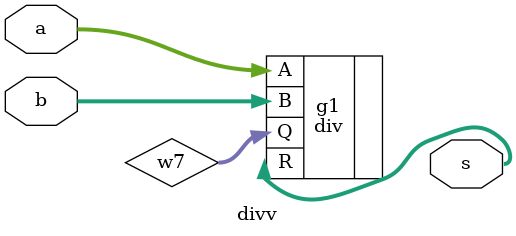
<source format=v>

module soustr();
//: interface  /sz:(40, 40) /bd:[ ]
//: enddecls


endmodule

module additi(s, b, a);
//: interface  /sz:(40, 40) /bd:[ ]
input [7:0] b;    //: /sn:0 {0}(390,101)(438,101)(438,154)(334,154)(334,181){1}
output [7:0] s;    //: /sn:0 {0}(326,294)(318,294)(318,210){1}
input [7:0] a;    //: /sn:0 {0}(168,100)(197,100)(197,154)(302,154)(302,181){1}
wire w3;    //: /sn:0 {0}(342,195)(470,195){1}
wire w2;    //: /sn:0 {0}(235,195)(294,195){1}
//: enddecls

  //: output g3 (s) @(323,294) /sn:0 /w:[ 0 ]
  //: input g2 (b) @(388,101) /sn:0 /w:[ 0 ]
  //: input g1 (a) @(166,100) /sn:0 /w:[ 0 ]
  add g0 (.A(a), .B(b), .S(s), .CI(w3), .CO(w2));   //: @(318,197) /sn:0 /w:[ 1 1 1 0 1 ]

endmodule

module multt(s, b, a);
//: interface  /sz:(40, 40) /bd:[ ]
input [7:0] b;    //: /sn:0 /dp:1 {0}(235,159)(235,122)(279,122)(279,97)(263,97){1}
output [7:0] s;    //: /sn:0 {0}(219,188)(219,271)(245,271){1}
input [7:0] a;    //: /sn:0 /dp:1 {0}(203,159)(203,124)(148,124)(148,97)(138,97){1}
//: enddecls

  //: output g3 (s) @(242,271) /sn:0 /w:[ 1 ]
  mult g2 (.A(a), .B(b), .P(s));   //: @(219,175) /sn:0 /w:[ 0 0 0 ]
  //: input g1 (b) @(261,97) /sn:0 /w:[ 1 ]
  //: input g0 (a) @(136,97) /sn:0 /w:[ 1 ]

endmodule

module ual;    //: root_module
wire w7;    //: /sn:0 {0}(231,415)(241,415){1}
wire [7:0] w14;    //: /sn:0 {0}(208,496)(208,153)(231,153){1}
//: {2}(235,153)(236,153)(236,146){3}
//: {4}(238,144)(278,144)(278,400){5}
//: {6}(236,142)(236,131){7}
//: {8}(238,129)(311,129)(311,320){9}
//: {10}(236,127)(236,107){11}
//: {12}(233,155)(233,450){13}
wire w19;    //: /sn:0 {0}(-703,-375)(-638,-375)(-638,-408)(-615,-408){1}
wire [7:0] w3;    //: /sn:0 {0}(233,471)(233,647){1}
//: {2}(235,649)(276,649){3}
//: {4}(280,649)(309,649){5}
//: {6}(313,649)(532,649)(532,554){7}
//: {8}(311,647)(311,341){9}
//: {10}(278,647)(278,421){11}
//: {12}(231,649)(208,649)(208,517){13}
wire w0;    //: /sn:0 {0}(274,325)(163,325){1}
//: {2}(159,325)(159,325){3}
//: {4}(155,325)(154,325){5}
//: {6}(150,325)(-147,325){7}
//: {8}(152,327)(152,501)(171,501){9}
//: {10}(157,327)(157,455)(196,455){11}
//: {12}(161,327)(161,405)(241,405){13}
wire w21;    //: /sn:0 {0}(-205,445)(-101,445)(-101,335)(274,335){1}
wire w23;    //: /sn:0 {0}(161,511)(171,511){1}
wire [7:0] w1;    //: /sn:0 {0}(-575,-494)(-575,-458)(-578,-458)(-578,-423){1}
wire w18;    //: /sn:0 {0}(-691,-451)(-630,-451)(-630,-418)(-615,-418){1}
wire w22;    //: /sn:0 {0}(350,330)(442,330){1}
//: {2}(446,330)(479,330)(479,102)(487,102){3}
//: {4}(444,332)(444,408){5}
//: {6}(442,410)(317,410){7}
//: {8}(444,412)(444,458){9}
//: {10}(442,460)(272,460){11}
//: {12}(444,462)(444,506)(247,506){13}
wire w17;    //: /sn:0 {0}(-539,-413)(-499,-413)(-499,-412)(-459,-412){1}
wire w12;    //: /sn:0 {0}(186,465)(196,465){1}
wire [7:0] w2;    //: /sn:0 {0}(-556,-310)(-556,-309)(-593,-309)(-593,-386)(-578,-386)(-578,-402){1}
//: enddecls

  led g4 (.I(w14));   //: @(236,100) /sn:0 /w:[ 11 ] /type:1
  //: switch g8 (w21) @(-222,445) /sn:0 /w:[ 0 ] /st:1
  register g13 (.Q(w14), .D(w3), .EN(w0), .CLR(w12), .CK(w22));   //: @(233,460) /sn:0 /R:2 /w:[ 13 0 11 1 11 ]
  register g3 (.Q(w1), .D(w2), .EN(w18), .CLR(w19), .CK(w17));   //: @(-578,-413) /sn:0 /R:2 /w:[ 1 1 1 1 0 ]
  register g2 (.Q(w14), .D(w3), .EN(w0), .CLR(w21), .CK(w22));   //: @(311,330) /sn:0 /R:2 /w:[ 9 9 0 1 0 ]
  led g1 (.I(w1));   //: @(-575,-501) /sn:0 /w:[ 0 ] /type:1
  //: joint g16 (w14) @(236, 144) /w:[ 4 6 -1 3 ]
  //: dip g11 (w3) @(532,544) /sn:0 /w:[ 7 ] /st:8
  //: switch g10 (w0) @(-164,325) /sn:0 /w:[ 7 ] /st:1
  //: joint g27 (w3) @(233, 649) /w:[ 2 1 12 -1 ]
  //: joint g19 (w0) @(157, 325) /w:[ 3 -1 4 10 ]
  //: switch g6 (w19) @(-720,-375) /sn:0 /w:[ 0 ] /st:0
  clock g9 (.Z(w22));   //: @(500,103) /sn:0 /R:2 /w:[ 3 ] /omega:100 /phi:0 /duty:50
  clock g7 (.Z(w17));   //: @(-446,-411) /sn:0 /R:2 /w:[ 1 ] /omega:100 /phi:0 /duty:50
  //: joint g20 (w22) @(444, 330) /w:[ 2 -1 1 4 ]
  //: joint g15 (w14) @(233, 153) /w:[ 2 -1 1 12 ]
  //: joint g25 (w3) @(278, 649) /w:[ 4 10 3 -1 ]
  //: joint g17 (w14) @(236, 129) /w:[ 8 10 -1 7 ]
  register g14 (.Q(w14), .D(w3), .EN(w0), .CLR(w23), .CK(w22));   //: @(208,506) /sn:0 /R:2 /w:[ 0 13 9 1 13 ]
  //: switch g5 (w18) @(-708,-451) /sn:0 /w:[ 0 ] /st:1
  //: joint g24 (w3) @(311, 649) /w:[ 6 8 5 -1 ]
  //: joint g21 (w0) @(152, 325) /w:[ 5 -1 6 8 ]
  //: joint g23 (w22) @(444, 460) /w:[ -1 9 10 12 ]
  //: joint g22 (w22) @(444, 410) /w:[ -1 5 6 8 ]
  //: dip g0 (w2) @(-556,-320) /sn:0 /w:[ 0 ] /st:5
  //: joint g18 (w0) @(161, 325) /w:[ 1 2 -1 12 ]
  register g12 (.Q(w14), .D(w3), .EN(w0), .CLR(w7), .CK(w22));   //: @(278,410) /sn:0 /R:2 /w:[ 5 11 13 1 7 ]

endmodule

module regg();
//: interface  /sz:(40, 40) /bd:[ ]
wire w19;    //: /sn:0 {0}(304,329)(369,329)(369,290)(382,290){1}
wire [7:0] w0;    //: /sn:0 {0}(426,167)(426,203)(419,203)(419,275){1}
wire [7:0] w1;    //: /sn:0 {0}(504,387)(504,395)(475,395)(475,312)(419,312)(419,296){1}
wire w18;    //: /sn:0 {0}(306,254)(367,254)(367,280)(382,280){1}
wire w17;    //: /sn:0 {0}(458,285)(542,285){1}
//: enddecls

  register g3 (.Q(w0), .D(w1), .EN(w18), .CLR(w19), .CK(w17));   //: @(419,285) /sn:0 /R:2 /w:[ 1 1 1 1 0 ]
  led g1 (.I(w1));   //: @(504,380) /sn:0 /w:[ 0 ] /type:1
  //: switch g6 (w19) @(287,329) /sn:0 /w:[ 0 ] /st:0
  clock g7 (.Z(w17));   //: @(555,286) /sn:0 /R:2 /w:[ 1 ] /omega:100 /phi:0 /duty:50
  //: switch g5 (w18) @(289,254) /sn:0 /w:[ 0 ] /st:0
  //: dip g0 (w0) @(426,157) /sn:0 /w:[ 0 ] /st:0

endmodule

module divv(s, b, a);
//: interface  /sz:(40, 40) /bd:[ ]
input [7:0] b;    //: /sn:0 /dp:1 {0}(330,296)(330,260)(397,260)(397,215)(387,215){1}
output [7:0] s;    //: /sn:0 {0}(256,410)(237,410)(237,341)(304,341)(304,325){1}
input [7:0] a;    //: /sn:0 /dp:1 {0}(298,296)(298,268)(251,268)(251,224)(241,224){1}
wire [7:0] w7;    //: /sn:0 {0}(324,325)(324,332){1}
//: enddecls

  //: output g3 (s) @(253,410) /sn:0 /w:[ 0 ]
  //: input g2 (b) @(385,215) /sn:0 /w:[ 1 ]
  div g1 (.A(a), .B(b), .Q(w7), .R(s));   //: @(314,312) /sn:0 /w:[ 0 0 0 1 ]
  //: input g0 (a) @(239,224) /sn:0 /w:[ 1 ]

endmodule

</source>
